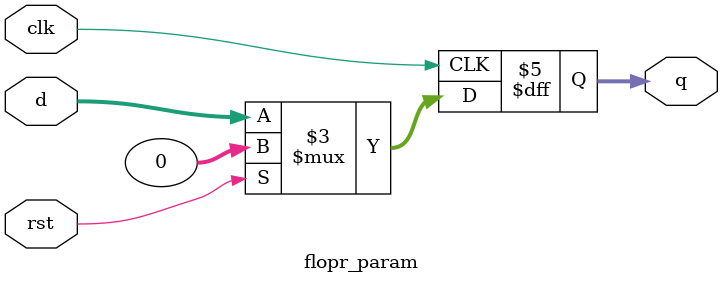
<source format=v>
module flopr_param #(
    parameter n = 32 // Khai bao parameter truoc danh sach cong
) (
    input clk,        // Tin hieu clock
    input rst,        // Tin hieu reset
    output reg [n-1:0] q, // Dau ra q (n-bit)
    input [n-1:0] d   // Dau vao d (n-bit)
);

    always @(posedge clk) begin
        if (rst) begin
            q <= 0; // Reset active high: khi rst = 1, q = 0
        end else begin
            q <= d; // Khi rst = 0, q lay gia tri tu d
        end
    end

endmodule
</source>
